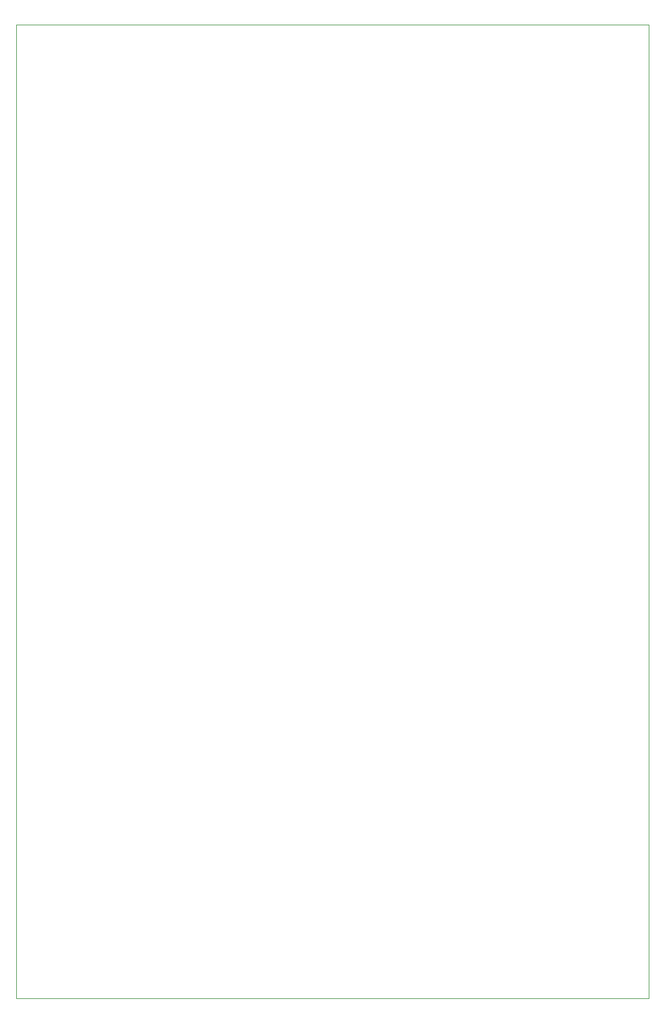
<source format=gm1>
G04 #@! TF.GenerationSoftware,KiCad,Pcbnew,8.0.1-8.0.1-1~ubuntu22.04.1*
G04 #@! TF.CreationDate,2024-05-15T13:20:28+02:00*
G04 #@! TF.ProjectId,qaxe,71617865-2e6b-4696-9361-645f70636258,rev?*
G04 #@! TF.SameCoordinates,Original*
G04 #@! TF.FileFunction,Profile,NP*
%FSLAX46Y46*%
G04 Gerber Fmt 4.6, Leading zero omitted, Abs format (unit mm)*
G04 Created by KiCad (PCBNEW 8.0.1-8.0.1-1~ubuntu22.04.1) date 2024-05-15 13:20:28*
%MOMM*%
%LPD*%
G01*
G04 APERTURE LIST*
G04 #@! TA.AperFunction,Profile*
%ADD10C,0.100000*%
G04 #@! TD*
G04 APERTURE END LIST*
D10*
X140000000Y-176000000D02*
X140000000Y-39000000D01*
X140000000Y-39000000D02*
X51000000Y-39000000D01*
X51000000Y-176000000D02*
X140000000Y-176000000D01*
X51000000Y-39000000D02*
X51000000Y-176000000D01*
M02*

</source>
